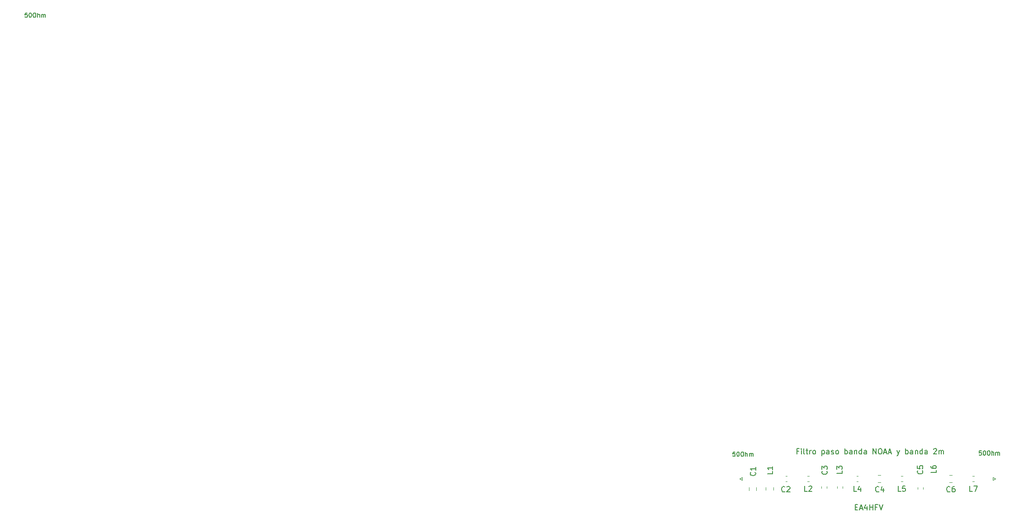
<source format=gbr>
G04 #@! TF.GenerationSoftware,KiCad,Pcbnew,(5.0.2)-1*
G04 #@! TF.CreationDate,2020-07-18T19:28:28+02:00*
G04 #@! TF.ProjectId,PCB,5043422e-6b69-4636-9164-5f7063625858,rev?*
G04 #@! TF.SameCoordinates,Original*
G04 #@! TF.FileFunction,Legend,Top*
G04 #@! TF.FilePolarity,Positive*
%FSLAX46Y46*%
G04 Gerber Fmt 4.6, Leading zero omitted, Abs format (unit mm)*
G04 Created by KiCad (PCBNEW (5.0.2)-1) date 07/18/20 19:28:28*
%MOMM*%
%LPD*%
G01*
G04 APERTURE LIST*
%ADD10C,0.200000*%
%ADD11C,0.120000*%
%ADD12C,0.150000*%
G04 APERTURE END LIST*
D10*
X138400000Y-105728571D02*
X138733333Y-105728571D01*
X138876190Y-106252380D02*
X138400000Y-106252380D01*
X138400000Y-105252380D01*
X138876190Y-105252380D01*
X139257142Y-105966666D02*
X139733333Y-105966666D01*
X139161904Y-106252380D02*
X139495238Y-105252380D01*
X139828571Y-106252380D01*
X140590476Y-105585714D02*
X140590476Y-106252380D01*
X140352380Y-105204761D02*
X140114285Y-105919047D01*
X140733333Y-105919047D01*
X141114285Y-106252380D02*
X141114285Y-105252380D01*
X141114285Y-105728571D02*
X141685714Y-105728571D01*
X141685714Y-106252380D02*
X141685714Y-105252380D01*
X142495238Y-105728571D02*
X142161904Y-105728571D01*
X142161904Y-106252380D02*
X142161904Y-105252380D01*
X142638095Y-105252380D01*
X142876190Y-105252380D02*
X143209523Y-106252380D01*
X143542857Y-105252380D01*
X127795238Y-95228571D02*
X127461904Y-95228571D01*
X127461904Y-95752380D02*
X127461904Y-94752380D01*
X127938095Y-94752380D01*
X128319047Y-95752380D02*
X128319047Y-95085714D01*
X128319047Y-94752380D02*
X128271428Y-94800000D01*
X128319047Y-94847619D01*
X128366666Y-94800000D01*
X128319047Y-94752380D01*
X128319047Y-94847619D01*
X128938095Y-95752380D02*
X128842857Y-95704761D01*
X128795238Y-95609523D01*
X128795238Y-94752380D01*
X129176190Y-95085714D02*
X129557142Y-95085714D01*
X129319047Y-94752380D02*
X129319047Y-95609523D01*
X129366666Y-95704761D01*
X129461904Y-95752380D01*
X129557142Y-95752380D01*
X129890476Y-95752380D02*
X129890476Y-95085714D01*
X129890476Y-95276190D02*
X129938095Y-95180952D01*
X129985714Y-95133333D01*
X130080952Y-95085714D01*
X130176190Y-95085714D01*
X130652380Y-95752380D02*
X130557142Y-95704761D01*
X130509523Y-95657142D01*
X130461904Y-95561904D01*
X130461904Y-95276190D01*
X130509523Y-95180952D01*
X130557142Y-95133333D01*
X130652380Y-95085714D01*
X130795238Y-95085714D01*
X130890476Y-95133333D01*
X130938095Y-95180952D01*
X130985714Y-95276190D01*
X130985714Y-95561904D01*
X130938095Y-95657142D01*
X130890476Y-95704761D01*
X130795238Y-95752380D01*
X130652380Y-95752380D01*
X132176190Y-95085714D02*
X132176190Y-96085714D01*
X132176190Y-95133333D02*
X132271428Y-95085714D01*
X132461904Y-95085714D01*
X132557142Y-95133333D01*
X132604761Y-95180952D01*
X132652380Y-95276190D01*
X132652380Y-95561904D01*
X132604761Y-95657142D01*
X132557142Y-95704761D01*
X132461904Y-95752380D01*
X132271428Y-95752380D01*
X132176190Y-95704761D01*
X133509523Y-95752380D02*
X133509523Y-95228571D01*
X133461904Y-95133333D01*
X133366666Y-95085714D01*
X133176190Y-95085714D01*
X133080952Y-95133333D01*
X133509523Y-95704761D02*
X133414285Y-95752380D01*
X133176190Y-95752380D01*
X133080952Y-95704761D01*
X133033333Y-95609523D01*
X133033333Y-95514285D01*
X133080952Y-95419047D01*
X133176190Y-95371428D01*
X133414285Y-95371428D01*
X133509523Y-95323809D01*
X133938095Y-95704761D02*
X134033333Y-95752380D01*
X134223809Y-95752380D01*
X134319047Y-95704761D01*
X134366666Y-95609523D01*
X134366666Y-95561904D01*
X134319047Y-95466666D01*
X134223809Y-95419047D01*
X134080952Y-95419047D01*
X133985714Y-95371428D01*
X133938095Y-95276190D01*
X133938095Y-95228571D01*
X133985714Y-95133333D01*
X134080952Y-95085714D01*
X134223809Y-95085714D01*
X134319047Y-95133333D01*
X134938095Y-95752380D02*
X134842857Y-95704761D01*
X134795238Y-95657142D01*
X134747619Y-95561904D01*
X134747619Y-95276190D01*
X134795238Y-95180952D01*
X134842857Y-95133333D01*
X134938095Y-95085714D01*
X135080952Y-95085714D01*
X135176190Y-95133333D01*
X135223809Y-95180952D01*
X135271428Y-95276190D01*
X135271428Y-95561904D01*
X135223809Y-95657142D01*
X135176190Y-95704761D01*
X135080952Y-95752380D01*
X134938095Y-95752380D01*
X136461904Y-95752380D02*
X136461904Y-94752380D01*
X136461904Y-95133333D02*
X136557142Y-95085714D01*
X136747619Y-95085714D01*
X136842857Y-95133333D01*
X136890476Y-95180952D01*
X136938095Y-95276190D01*
X136938095Y-95561904D01*
X136890476Y-95657142D01*
X136842857Y-95704761D01*
X136747619Y-95752380D01*
X136557142Y-95752380D01*
X136461904Y-95704761D01*
X137795238Y-95752380D02*
X137795238Y-95228571D01*
X137747619Y-95133333D01*
X137652380Y-95085714D01*
X137461904Y-95085714D01*
X137366666Y-95133333D01*
X137795238Y-95704761D02*
X137700000Y-95752380D01*
X137461904Y-95752380D01*
X137366666Y-95704761D01*
X137319047Y-95609523D01*
X137319047Y-95514285D01*
X137366666Y-95419047D01*
X137461904Y-95371428D01*
X137700000Y-95371428D01*
X137795238Y-95323809D01*
X138271428Y-95085714D02*
X138271428Y-95752380D01*
X138271428Y-95180952D02*
X138319047Y-95133333D01*
X138414285Y-95085714D01*
X138557142Y-95085714D01*
X138652380Y-95133333D01*
X138700000Y-95228571D01*
X138700000Y-95752380D01*
X139604761Y-95752380D02*
X139604761Y-94752380D01*
X139604761Y-95704761D02*
X139509523Y-95752380D01*
X139319047Y-95752380D01*
X139223809Y-95704761D01*
X139176190Y-95657142D01*
X139128571Y-95561904D01*
X139128571Y-95276190D01*
X139176190Y-95180952D01*
X139223809Y-95133333D01*
X139319047Y-95085714D01*
X139509523Y-95085714D01*
X139604761Y-95133333D01*
X140509523Y-95752380D02*
X140509523Y-95228571D01*
X140461904Y-95133333D01*
X140366666Y-95085714D01*
X140176190Y-95085714D01*
X140080952Y-95133333D01*
X140509523Y-95704761D02*
X140414285Y-95752380D01*
X140176190Y-95752380D01*
X140080952Y-95704761D01*
X140033333Y-95609523D01*
X140033333Y-95514285D01*
X140080952Y-95419047D01*
X140176190Y-95371428D01*
X140414285Y-95371428D01*
X140509523Y-95323809D01*
X141747619Y-95752380D02*
X141747619Y-94752380D01*
X142319047Y-95752380D01*
X142319047Y-94752380D01*
X142985714Y-94752380D02*
X143176190Y-94752380D01*
X143271428Y-94800000D01*
X143366666Y-94895238D01*
X143414285Y-95085714D01*
X143414285Y-95419047D01*
X143366666Y-95609523D01*
X143271428Y-95704761D01*
X143176190Y-95752380D01*
X142985714Y-95752380D01*
X142890476Y-95704761D01*
X142795238Y-95609523D01*
X142747619Y-95419047D01*
X142747619Y-95085714D01*
X142795238Y-94895238D01*
X142890476Y-94800000D01*
X142985714Y-94752380D01*
X143795238Y-95466666D02*
X144271428Y-95466666D01*
X143700000Y-95752380D02*
X144033333Y-94752380D01*
X144366666Y-95752380D01*
X144652380Y-95466666D02*
X145128571Y-95466666D01*
X144557142Y-95752380D02*
X144890476Y-94752380D01*
X145223809Y-95752380D01*
X146223809Y-95085714D02*
X146461904Y-95752380D01*
X146700000Y-95085714D02*
X146461904Y-95752380D01*
X146366666Y-95990476D01*
X146319047Y-96038095D01*
X146223809Y-96085714D01*
X147842857Y-95752380D02*
X147842857Y-94752380D01*
X147842857Y-95133333D02*
X147938095Y-95085714D01*
X148128571Y-95085714D01*
X148223809Y-95133333D01*
X148271428Y-95180952D01*
X148319047Y-95276190D01*
X148319047Y-95561904D01*
X148271428Y-95657142D01*
X148223809Y-95704761D01*
X148128571Y-95752380D01*
X147938095Y-95752380D01*
X147842857Y-95704761D01*
X149176190Y-95752380D02*
X149176190Y-95228571D01*
X149128571Y-95133333D01*
X149033333Y-95085714D01*
X148842857Y-95085714D01*
X148747619Y-95133333D01*
X149176190Y-95704761D02*
X149080952Y-95752380D01*
X148842857Y-95752380D01*
X148747619Y-95704761D01*
X148700000Y-95609523D01*
X148700000Y-95514285D01*
X148747619Y-95419047D01*
X148842857Y-95371428D01*
X149080952Y-95371428D01*
X149176190Y-95323809D01*
X149652380Y-95085714D02*
X149652380Y-95752380D01*
X149652380Y-95180952D02*
X149700000Y-95133333D01*
X149795238Y-95085714D01*
X149938095Y-95085714D01*
X150033333Y-95133333D01*
X150080952Y-95228571D01*
X150080952Y-95752380D01*
X150985714Y-95752380D02*
X150985714Y-94752380D01*
X150985714Y-95704761D02*
X150890476Y-95752380D01*
X150700000Y-95752380D01*
X150604761Y-95704761D01*
X150557142Y-95657142D01*
X150509523Y-95561904D01*
X150509523Y-95276190D01*
X150557142Y-95180952D01*
X150604761Y-95133333D01*
X150700000Y-95085714D01*
X150890476Y-95085714D01*
X150985714Y-95133333D01*
X151890476Y-95752380D02*
X151890476Y-95228571D01*
X151842857Y-95133333D01*
X151747619Y-95085714D01*
X151557142Y-95085714D01*
X151461904Y-95133333D01*
X151890476Y-95704761D02*
X151795238Y-95752380D01*
X151557142Y-95752380D01*
X151461904Y-95704761D01*
X151414285Y-95609523D01*
X151414285Y-95514285D01*
X151461904Y-95419047D01*
X151557142Y-95371428D01*
X151795238Y-95371428D01*
X151890476Y-95323809D01*
X153080952Y-94847619D02*
X153128571Y-94800000D01*
X153223809Y-94752380D01*
X153461904Y-94752380D01*
X153557142Y-94800000D01*
X153604761Y-94847619D01*
X153652380Y-94942857D01*
X153652380Y-95038095D01*
X153604761Y-95180952D01*
X153033333Y-95752380D01*
X153652380Y-95752380D01*
X154080952Y-95752380D02*
X154080952Y-95085714D01*
X154080952Y-95180952D02*
X154128571Y-95133333D01*
X154223809Y-95085714D01*
X154366666Y-95085714D01*
X154461904Y-95133333D01*
X154509523Y-95228571D01*
X154509523Y-95752380D01*
X154509523Y-95228571D02*
X154557142Y-95133333D01*
X154652380Y-95085714D01*
X154795238Y-95085714D01*
X154890476Y-95133333D01*
X154938095Y-95228571D01*
X154938095Y-95752380D01*
X161995238Y-95161904D02*
X161614285Y-95161904D01*
X161576190Y-95542857D01*
X161614285Y-95504761D01*
X161690476Y-95466666D01*
X161880952Y-95466666D01*
X161957142Y-95504761D01*
X161995238Y-95542857D01*
X162033333Y-95619047D01*
X162033333Y-95809523D01*
X161995238Y-95885714D01*
X161957142Y-95923809D01*
X161880952Y-95961904D01*
X161690476Y-95961904D01*
X161614285Y-95923809D01*
X161576190Y-95885714D01*
X162528571Y-95161904D02*
X162604761Y-95161904D01*
X162680952Y-95200000D01*
X162719047Y-95238095D01*
X162757142Y-95314285D01*
X162795238Y-95466666D01*
X162795238Y-95657142D01*
X162757142Y-95809523D01*
X162719047Y-95885714D01*
X162680952Y-95923809D01*
X162604761Y-95961904D01*
X162528571Y-95961904D01*
X162452380Y-95923809D01*
X162414285Y-95885714D01*
X162376190Y-95809523D01*
X162338095Y-95657142D01*
X162338095Y-95466666D01*
X162376190Y-95314285D01*
X162414285Y-95238095D01*
X162452380Y-95200000D01*
X162528571Y-95161904D01*
X163290476Y-95161904D02*
X163442857Y-95161904D01*
X163519047Y-95200000D01*
X163595238Y-95276190D01*
X163633333Y-95428571D01*
X163633333Y-95695238D01*
X163595238Y-95847619D01*
X163519047Y-95923809D01*
X163442857Y-95961904D01*
X163290476Y-95961904D01*
X163214285Y-95923809D01*
X163138095Y-95847619D01*
X163100000Y-95695238D01*
X163100000Y-95428571D01*
X163138095Y-95276190D01*
X163214285Y-95200000D01*
X163290476Y-95161904D01*
X163976190Y-95961904D02*
X163976190Y-95161904D01*
X164319047Y-95961904D02*
X164319047Y-95542857D01*
X164280952Y-95466666D01*
X164204761Y-95428571D01*
X164090476Y-95428571D01*
X164014285Y-95466666D01*
X163976190Y-95504761D01*
X164700000Y-95961904D02*
X164700000Y-95428571D01*
X164700000Y-95504761D02*
X164738095Y-95466666D01*
X164814285Y-95428571D01*
X164928571Y-95428571D01*
X165004761Y-95466666D01*
X165042857Y-95542857D01*
X165042857Y-95961904D01*
X165042857Y-95542857D02*
X165080952Y-95466666D01*
X165157142Y-95428571D01*
X165271428Y-95428571D01*
X165347619Y-95466666D01*
X165385714Y-95542857D01*
X165385714Y-95961904D01*
X-16604761Y-13061904D02*
X-16985714Y-13061904D01*
X-17023809Y-13442857D01*
X-16985714Y-13404761D01*
X-16909523Y-13366666D01*
X-16719047Y-13366666D01*
X-16642857Y-13404761D01*
X-16604761Y-13442857D01*
X-16566666Y-13519047D01*
X-16566666Y-13709523D01*
X-16604761Y-13785714D01*
X-16642857Y-13823809D01*
X-16719047Y-13861904D01*
X-16909523Y-13861904D01*
X-16985714Y-13823809D01*
X-17023809Y-13785714D01*
X-16071428Y-13061904D02*
X-15995238Y-13061904D01*
X-15919047Y-13100000D01*
X-15880952Y-13138095D01*
X-15842857Y-13214285D01*
X-15804761Y-13366666D01*
X-15804761Y-13557142D01*
X-15842857Y-13709523D01*
X-15880952Y-13785714D01*
X-15919047Y-13823809D01*
X-15995238Y-13861904D01*
X-16071428Y-13861904D01*
X-16147619Y-13823809D01*
X-16185714Y-13785714D01*
X-16223809Y-13709523D01*
X-16261904Y-13557142D01*
X-16261904Y-13366666D01*
X-16223809Y-13214285D01*
X-16185714Y-13138095D01*
X-16147619Y-13100000D01*
X-16071428Y-13061904D01*
X-15309523Y-13061904D02*
X-15157142Y-13061904D01*
X-15080952Y-13100000D01*
X-15004761Y-13176190D01*
X-14966666Y-13328571D01*
X-14966666Y-13595238D01*
X-15004761Y-13747619D01*
X-15080952Y-13823809D01*
X-15157142Y-13861904D01*
X-15309523Y-13861904D01*
X-15385714Y-13823809D01*
X-15461904Y-13747619D01*
X-15500000Y-13595238D01*
X-15500000Y-13328571D01*
X-15461904Y-13176190D01*
X-15385714Y-13100000D01*
X-15309523Y-13061904D01*
X-14623809Y-13861904D02*
X-14623809Y-13061904D01*
X-14280952Y-13861904D02*
X-14280952Y-13442857D01*
X-14319047Y-13366666D01*
X-14395238Y-13328571D01*
X-14509523Y-13328571D01*
X-14585714Y-13366666D01*
X-14623809Y-13404761D01*
X-13900000Y-13861904D02*
X-13900000Y-13328571D01*
X-13900000Y-13404761D02*
X-13861904Y-13366666D01*
X-13785714Y-13328571D01*
X-13671428Y-13328571D01*
X-13595238Y-13366666D01*
X-13557142Y-13442857D01*
X-13557142Y-13861904D01*
X-13557142Y-13442857D02*
X-13519047Y-13366666D01*
X-13442857Y-13328571D01*
X-13328571Y-13328571D01*
X-13252380Y-13366666D01*
X-13214285Y-13442857D01*
X-13214285Y-13861904D01*
X115895238Y-95361904D02*
X115514285Y-95361904D01*
X115476190Y-95742857D01*
X115514285Y-95704761D01*
X115590476Y-95666666D01*
X115780952Y-95666666D01*
X115857142Y-95704761D01*
X115895238Y-95742857D01*
X115933333Y-95819047D01*
X115933333Y-96009523D01*
X115895238Y-96085714D01*
X115857142Y-96123809D01*
X115780952Y-96161904D01*
X115590476Y-96161904D01*
X115514285Y-96123809D01*
X115476190Y-96085714D01*
X116428571Y-95361904D02*
X116504761Y-95361904D01*
X116580952Y-95400000D01*
X116619047Y-95438095D01*
X116657142Y-95514285D01*
X116695238Y-95666666D01*
X116695238Y-95857142D01*
X116657142Y-96009523D01*
X116619047Y-96085714D01*
X116580952Y-96123809D01*
X116504761Y-96161904D01*
X116428571Y-96161904D01*
X116352380Y-96123809D01*
X116314285Y-96085714D01*
X116276190Y-96009523D01*
X116238095Y-95857142D01*
X116238095Y-95666666D01*
X116276190Y-95514285D01*
X116314285Y-95438095D01*
X116352380Y-95400000D01*
X116428571Y-95361904D01*
X117190476Y-95361904D02*
X117342857Y-95361904D01*
X117419047Y-95400000D01*
X117495238Y-95476190D01*
X117533333Y-95628571D01*
X117533333Y-95895238D01*
X117495238Y-96047619D01*
X117419047Y-96123809D01*
X117342857Y-96161904D01*
X117190476Y-96161904D01*
X117114285Y-96123809D01*
X117038095Y-96047619D01*
X117000000Y-95895238D01*
X117000000Y-95628571D01*
X117038095Y-95476190D01*
X117114285Y-95400000D01*
X117190476Y-95361904D01*
X117876190Y-96161904D02*
X117876190Y-95361904D01*
X118219047Y-96161904D02*
X118219047Y-95742857D01*
X118180952Y-95666666D01*
X118104761Y-95628571D01*
X117990476Y-95628571D01*
X117914285Y-95666666D01*
X117876190Y-95704761D01*
X118600000Y-96161904D02*
X118600000Y-95628571D01*
X118600000Y-95704761D02*
X118638095Y-95666666D01*
X118714285Y-95628571D01*
X118828571Y-95628571D01*
X118904761Y-95666666D01*
X118942857Y-95742857D01*
X118942857Y-96161904D01*
X118942857Y-95742857D02*
X118980952Y-95666666D01*
X119057142Y-95628571D01*
X119171428Y-95628571D01*
X119247619Y-95666666D01*
X119285714Y-95742857D01*
X119285714Y-96161904D01*
D11*
G04 #@! TO.C,*
X117260000Y-100150000D02*
X116760000Y-100400000D01*
X117260000Y-100650000D02*
X117260000Y-100150000D01*
X116760000Y-100400000D02*
X117260000Y-100650000D01*
G04 #@! TO.C,C1*
X119910000Y-102041422D02*
X119910000Y-102558578D01*
X118490000Y-102041422D02*
X118490000Y-102558578D01*
G04 #@! TO.C,C2*
X125662779Y-100910000D02*
X125337221Y-100910000D01*
X125662779Y-99890000D02*
X125337221Y-99890000D01*
G04 #@! TO.C,C3*
X132090000Y-101837221D02*
X132090000Y-102162779D01*
X133110000Y-101837221D02*
X133110000Y-102162779D01*
G04 #@! TO.C,C4*
X143158578Y-99690000D02*
X142641422Y-99690000D01*
X143158578Y-101110000D02*
X142641422Y-101110000D01*
G04 #@! TO.C,C5*
X151110000Y-102037221D02*
X151110000Y-102362779D01*
X150090000Y-102037221D02*
X150090000Y-102362779D01*
G04 #@! TO.C,C6*
X156558578Y-101110000D02*
X156041422Y-101110000D01*
X156558578Y-99690000D02*
X156041422Y-99690000D01*
G04 #@! TO.C,*
X164640000Y-100400000D02*
X164140000Y-100150000D01*
X164140000Y-100150000D02*
X164140000Y-100650000D01*
X164140000Y-100650000D02*
X164640000Y-100400000D01*
G04 #@! TO.C,L1*
X123110000Y-102003922D02*
X123110000Y-102521078D01*
X121690000Y-102003922D02*
X121690000Y-102521078D01*
G04 #@! TO.C,L2*
X129762779Y-100910000D02*
X129437221Y-100910000D01*
X129762779Y-99890000D02*
X129437221Y-99890000D01*
G04 #@! TO.C,L3*
X134990000Y-101837221D02*
X134990000Y-102162779D01*
X136010000Y-101837221D02*
X136010000Y-102162779D01*
G04 #@! TO.C,L4*
X138962779Y-100910000D02*
X138637221Y-100910000D01*
X138962779Y-99890000D02*
X138637221Y-99890000D01*
G04 #@! TO.C,L5*
X147262779Y-100910000D02*
X146937221Y-100910000D01*
X147262779Y-99890000D02*
X146937221Y-99890000D01*
G04 #@! TO.C,L7*
X160662779Y-99890000D02*
X160337221Y-99890000D01*
X160662779Y-100910000D02*
X160337221Y-100910000D01*
G04 #@! TO.C,*
D12*
G04 #@! TO.C,C1*
X119657142Y-99166666D02*
X119704761Y-99214285D01*
X119752380Y-99357142D01*
X119752380Y-99452380D01*
X119704761Y-99595238D01*
X119609523Y-99690476D01*
X119514285Y-99738095D01*
X119323809Y-99785714D01*
X119180952Y-99785714D01*
X118990476Y-99738095D01*
X118895238Y-99690476D01*
X118800000Y-99595238D01*
X118752380Y-99452380D01*
X118752380Y-99357142D01*
X118800000Y-99214285D01*
X118847619Y-99166666D01*
X119752380Y-98214285D02*
X119752380Y-98785714D01*
X119752380Y-98500000D02*
X118752380Y-98500000D01*
X118895238Y-98595238D01*
X118990476Y-98690476D01*
X119038095Y-98785714D01*
G04 #@! TO.C,C2*
X125233333Y-102757142D02*
X125185714Y-102804761D01*
X125042857Y-102852380D01*
X124947619Y-102852380D01*
X124804761Y-102804761D01*
X124709523Y-102709523D01*
X124661904Y-102614285D01*
X124614285Y-102423809D01*
X124614285Y-102280952D01*
X124661904Y-102090476D01*
X124709523Y-101995238D01*
X124804761Y-101900000D01*
X124947619Y-101852380D01*
X125042857Y-101852380D01*
X125185714Y-101900000D01*
X125233333Y-101947619D01*
X125614285Y-101947619D02*
X125661904Y-101900000D01*
X125757142Y-101852380D01*
X125995238Y-101852380D01*
X126090476Y-101900000D01*
X126138095Y-101947619D01*
X126185714Y-102042857D01*
X126185714Y-102138095D01*
X126138095Y-102280952D01*
X125566666Y-102852380D01*
X126185714Y-102852380D01*
G04 #@! TO.C,C3*
X133057142Y-98966666D02*
X133104761Y-99014285D01*
X133152380Y-99157142D01*
X133152380Y-99252380D01*
X133104761Y-99395238D01*
X133009523Y-99490476D01*
X132914285Y-99538095D01*
X132723809Y-99585714D01*
X132580952Y-99585714D01*
X132390476Y-99538095D01*
X132295238Y-99490476D01*
X132200000Y-99395238D01*
X132152380Y-99252380D01*
X132152380Y-99157142D01*
X132200000Y-99014285D01*
X132247619Y-98966666D01*
X132152380Y-98633333D02*
X132152380Y-98014285D01*
X132533333Y-98347619D01*
X132533333Y-98204761D01*
X132580952Y-98109523D01*
X132628571Y-98061904D01*
X132723809Y-98014285D01*
X132961904Y-98014285D01*
X133057142Y-98061904D01*
X133104761Y-98109523D01*
X133152380Y-98204761D01*
X133152380Y-98490476D01*
X133104761Y-98585714D01*
X133057142Y-98633333D01*
G04 #@! TO.C,C4*
X142833333Y-102757142D02*
X142785714Y-102804761D01*
X142642857Y-102852380D01*
X142547619Y-102852380D01*
X142404761Y-102804761D01*
X142309523Y-102709523D01*
X142261904Y-102614285D01*
X142214285Y-102423809D01*
X142214285Y-102280952D01*
X142261904Y-102090476D01*
X142309523Y-101995238D01*
X142404761Y-101900000D01*
X142547619Y-101852380D01*
X142642857Y-101852380D01*
X142785714Y-101900000D01*
X142833333Y-101947619D01*
X143690476Y-102185714D02*
X143690476Y-102852380D01*
X143452380Y-101804761D02*
X143214285Y-102519047D01*
X143833333Y-102519047D01*
G04 #@! TO.C,C5*
X150957142Y-98866666D02*
X151004761Y-98914285D01*
X151052380Y-99057142D01*
X151052380Y-99152380D01*
X151004761Y-99295238D01*
X150909523Y-99390476D01*
X150814285Y-99438095D01*
X150623809Y-99485714D01*
X150480952Y-99485714D01*
X150290476Y-99438095D01*
X150195238Y-99390476D01*
X150100000Y-99295238D01*
X150052380Y-99152380D01*
X150052380Y-99057142D01*
X150100000Y-98914285D01*
X150147619Y-98866666D01*
X150052380Y-97961904D02*
X150052380Y-98438095D01*
X150528571Y-98485714D01*
X150480952Y-98438095D01*
X150433333Y-98342857D01*
X150433333Y-98104761D01*
X150480952Y-98009523D01*
X150528571Y-97961904D01*
X150623809Y-97914285D01*
X150861904Y-97914285D01*
X150957142Y-97961904D01*
X151004761Y-98009523D01*
X151052380Y-98104761D01*
X151052380Y-98342857D01*
X151004761Y-98438095D01*
X150957142Y-98485714D01*
G04 #@! TO.C,C6*
X156133333Y-102757142D02*
X156085714Y-102804761D01*
X155942857Y-102852380D01*
X155847619Y-102852380D01*
X155704761Y-102804761D01*
X155609523Y-102709523D01*
X155561904Y-102614285D01*
X155514285Y-102423809D01*
X155514285Y-102280952D01*
X155561904Y-102090476D01*
X155609523Y-101995238D01*
X155704761Y-101900000D01*
X155847619Y-101852380D01*
X155942857Y-101852380D01*
X156085714Y-101900000D01*
X156133333Y-101947619D01*
X156990476Y-101852380D02*
X156800000Y-101852380D01*
X156704761Y-101900000D01*
X156657142Y-101947619D01*
X156561904Y-102090476D01*
X156514285Y-102280952D01*
X156514285Y-102661904D01*
X156561904Y-102757142D01*
X156609523Y-102804761D01*
X156704761Y-102852380D01*
X156895238Y-102852380D01*
X156990476Y-102804761D01*
X157038095Y-102757142D01*
X157085714Y-102661904D01*
X157085714Y-102423809D01*
X157038095Y-102328571D01*
X156990476Y-102280952D01*
X156895238Y-102233333D01*
X156704761Y-102233333D01*
X156609523Y-102280952D01*
X156561904Y-102328571D01*
X156514285Y-102423809D01*
G04 #@! TO.C,*
G04 #@! TO.C,L1*
X122952380Y-98966666D02*
X122952380Y-99442857D01*
X121952380Y-99442857D01*
X122952380Y-98109523D02*
X122952380Y-98680952D01*
X122952380Y-98395238D02*
X121952380Y-98395238D01*
X122095238Y-98490476D01*
X122190476Y-98585714D01*
X122238095Y-98680952D01*
G04 #@! TO.C,L2*
X129433333Y-102752380D02*
X128957142Y-102752380D01*
X128957142Y-101752380D01*
X129719047Y-101847619D02*
X129766666Y-101800000D01*
X129861904Y-101752380D01*
X130100000Y-101752380D01*
X130195238Y-101800000D01*
X130242857Y-101847619D01*
X130290476Y-101942857D01*
X130290476Y-102038095D01*
X130242857Y-102180952D01*
X129671428Y-102752380D01*
X130290476Y-102752380D01*
G04 #@! TO.C,L3*
X135952380Y-98866666D02*
X135952380Y-99342857D01*
X134952380Y-99342857D01*
X134952380Y-98628571D02*
X134952380Y-98009523D01*
X135333333Y-98342857D01*
X135333333Y-98200000D01*
X135380952Y-98104761D01*
X135428571Y-98057142D01*
X135523809Y-98009523D01*
X135761904Y-98009523D01*
X135857142Y-98057142D01*
X135904761Y-98104761D01*
X135952380Y-98200000D01*
X135952380Y-98485714D01*
X135904761Y-98580952D01*
X135857142Y-98628571D01*
G04 #@! TO.C,L4*
X138633333Y-102752380D02*
X138157142Y-102752380D01*
X138157142Y-101752380D01*
X139395238Y-102085714D02*
X139395238Y-102752380D01*
X139157142Y-101704761D02*
X138919047Y-102419047D01*
X139538095Y-102419047D01*
G04 #@! TO.C,L5*
X146933333Y-102752380D02*
X146457142Y-102752380D01*
X146457142Y-101752380D01*
X147742857Y-101752380D02*
X147266666Y-101752380D01*
X147219047Y-102228571D01*
X147266666Y-102180952D01*
X147361904Y-102133333D01*
X147600000Y-102133333D01*
X147695238Y-102180952D01*
X147742857Y-102228571D01*
X147790476Y-102323809D01*
X147790476Y-102561904D01*
X147742857Y-102657142D01*
X147695238Y-102704761D01*
X147600000Y-102752380D01*
X147361904Y-102752380D01*
X147266666Y-102704761D01*
X147219047Y-102657142D01*
G04 #@! TO.C,L7*
X160333333Y-102752380D02*
X159857142Y-102752380D01*
X159857142Y-101752380D01*
X160571428Y-101752380D02*
X161238095Y-101752380D01*
X160809523Y-102752380D01*
G04 #@! TO.C,L6*
X153552380Y-98766666D02*
X153552380Y-99242857D01*
X152552380Y-99242857D01*
X152552380Y-98004761D02*
X152552380Y-98195238D01*
X152600000Y-98290476D01*
X152647619Y-98338095D01*
X152790476Y-98433333D01*
X152980952Y-98480952D01*
X153361904Y-98480952D01*
X153457142Y-98433333D01*
X153504761Y-98385714D01*
X153552380Y-98290476D01*
X153552380Y-98100000D01*
X153504761Y-98004761D01*
X153457142Y-97957142D01*
X153361904Y-97909523D01*
X153123809Y-97909523D01*
X153028571Y-97957142D01*
X152980952Y-98004761D01*
X152933333Y-98100000D01*
X152933333Y-98290476D01*
X152980952Y-98385714D01*
X153028571Y-98433333D01*
X153123809Y-98480952D01*
G04 #@! TD*
M02*

</source>
